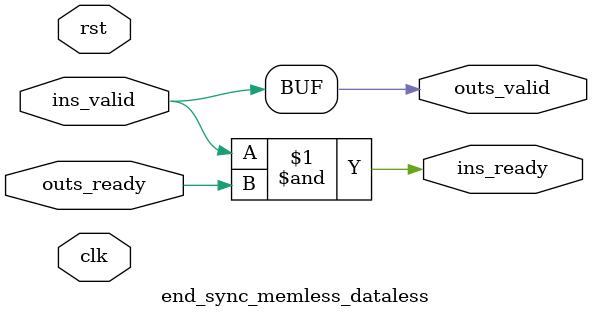
<source format=v>
module end_sync_memless_dataless (
  input  clk,
  input  rst,
  // Input Channel
  input  [0 : 0] ins_valid,
  output [0 : 0] ins_ready,
  // Output Channel
  input  [0 : 0] outs_ready,
  output [0 : 0] outs_valid
);
  assign outs_valid[0] = ins_valid[0];
  assign ins_ready[0] = ins_valid[0] & outs_ready[0];

endmodule

</source>
